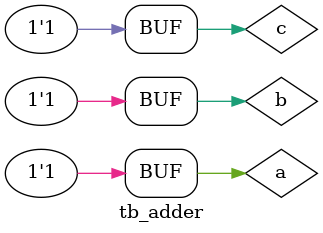
<source format=v>
module tb_adder ;
reg a,b,c;
wire sum,carry;

fa_using_ha A(sum,carry,a,b,c);

initial begin
    $monitor($time, " sum = %b, carry = %b, a,b,c = %b %b %b", sum,carry,a,b,c);
    {a,b,c} = 3'b000;
    repeat (7)
    begin
        #1;
        {a,b,c} = {a,b,c} + 1'b1;
        
    end
end
endmodule
</source>
